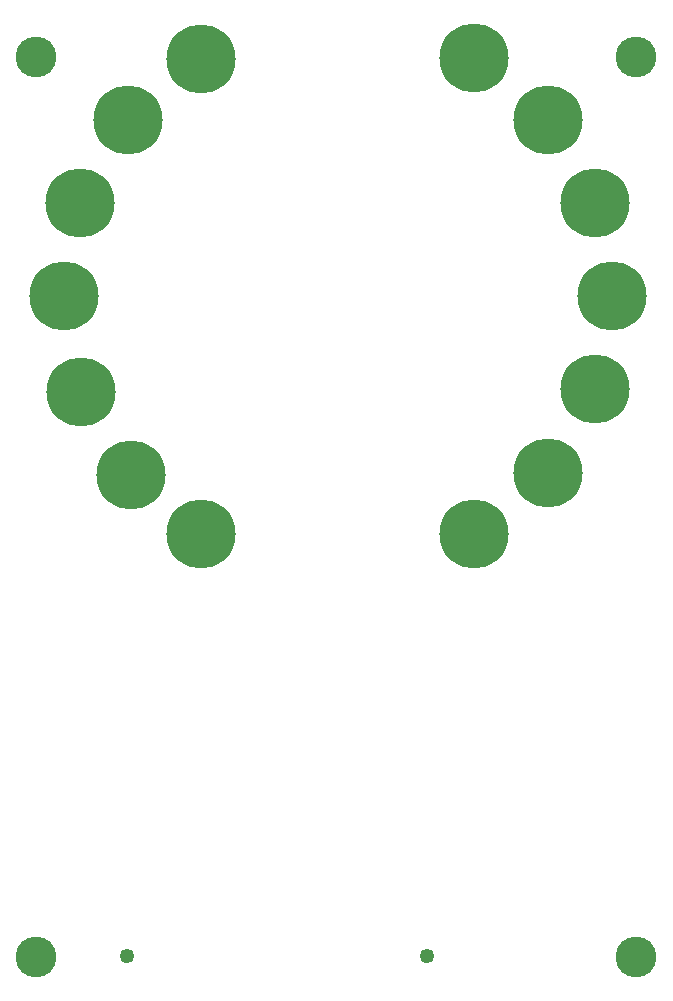
<source format=gbs>
G04 MADE WITH FRITZING*
G04 WWW.FRITZING.ORG*
G04 DOUBLE SIDED*
G04 HOLES PLATED*
G04 CONTOUR ON CENTER OF CONTOUR VECTOR*
%ASAXBY*%
%FSLAX23Y23*%
%MOIN*%
%OFA0B0*%
%SFA1.0B1.0*%
%ADD10C,0.135984*%
%ADD11C,0.230472*%
%ADD12C,0.049370*%
%LNMASK0*%
G90*
G70*
G54D10*
X99Y3198D03*
X2099Y3198D03*
X99Y198D03*
X2099Y198D03*
G54D11*
X1804Y2988D03*
X1559Y3193D03*
X403Y2986D03*
X248Y2079D03*
X1962Y2712D03*
X646Y3190D03*
X244Y2711D03*
X192Y2400D03*
X413Y1803D03*
X649Y1608D03*
X1559Y1608D03*
X2017Y2400D03*
X1804Y1812D03*
X1962Y2089D03*
G54D12*
X402Y199D03*
X1402Y199D03*
G04 End of Mask0*
M02*
</source>
